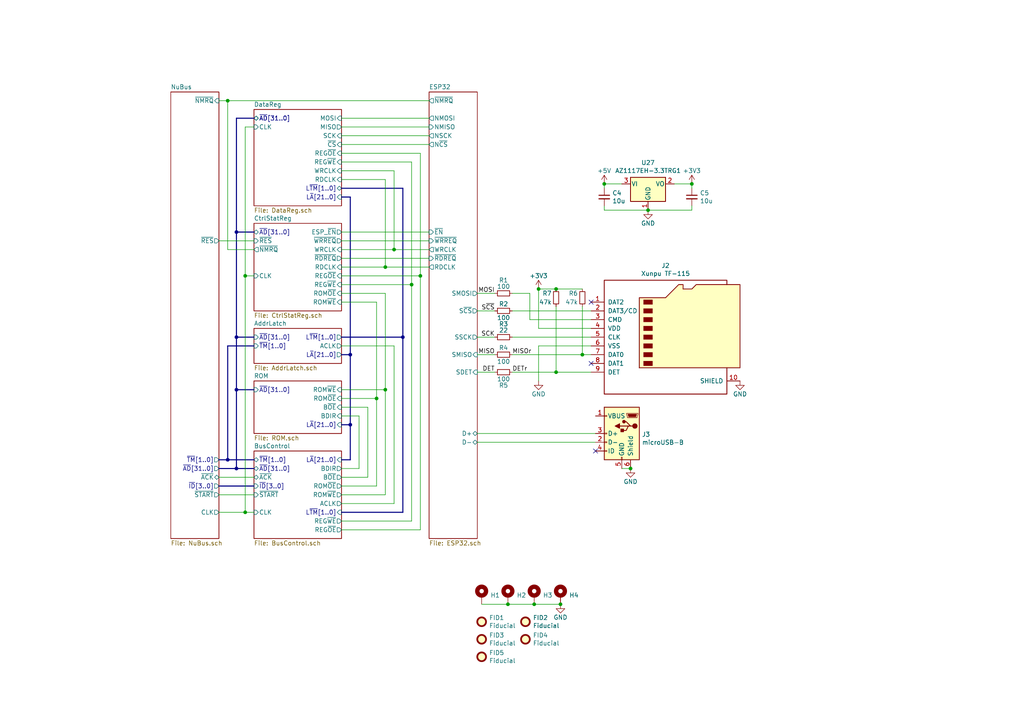
<source format=kicad_sch>
(kicad_sch (version 20230121) (generator eeschema)
  (paper "A4")
  (title_block (title "NuBus-ESP32") (date "2021-11-18") (rev "0.1") (company "Garrett's Workshop"))
  (lib_symbols
    (symbol "Connector:USB_B_Micro" (pin_names (offset 1.016))
      (property "Reference" "J" (at -5.08 11.43 0))
      (property "Value" "USB_B_Micro" (at -5.08 8.89 0))
      (symbol "USB_B_Micro_0_1"
        (rectangle (start -5.08 -7.62) (end 5.08 7.62) (stroke (width 0.254)) (fill (type background)))
        (circle (center -3.81 2.159) (radius 0.635) (stroke (width 0.254)) (fill (type outline)))
        (circle (center -0.635 3.429) (radius 0.381) (stroke (width 0.254)) (fill (type outline)))
        (rectangle (start -0.127 -7.62) (end 0.127 -6.858))
        (polyline (pts (xy -1.905 2.159) (xy 0.635 2.159)) (stroke (width 0.254)))
        (polyline (pts (xy -3.175 2.159) (xy -2.54 2.159) (xy -1.27 3.429) (xy -0.635 3.429)) (stroke (width 0.254)))
        (polyline (pts (xy -2.54 2.159) (xy -1.905 2.159) (xy -1.27 0.889) (xy 0 0.889)) (stroke (width 0.254)))
        (polyline (pts (xy 0.635 2.794) (xy 0.635 1.524) (xy 1.905 2.159) (xy 0.635 2.794)) (stroke (width 0.254)) (fill (type outline)))
        (polyline (pts (xy -4.318 5.588) (xy -1.778 5.588) (xy -2.032 4.826) (xy -4.064 4.826) (xy -4.318 5.588)) (fill (type outline)))
        (polyline (pts (xy -4.699 5.842) (xy -4.699 5.588) (xy -4.445 4.826) (xy -4.445 4.572) (xy -1.651 4.572) (xy -1.651 4.826) (xy -1.397 5.588) (xy -1.397 5.842) (xy -4.699 5.842)))
        (rectangle (start 0.254 1.27) (end -0.508 0.508) (stroke (width 0.254)) (fill (type outline)))
        (rectangle (start 5.08 -5.207) (end 4.318 -4.953))
        (rectangle (start 5.08 -2.667) (end 4.318 -2.413))
        (rectangle (start 5.08 -0.127) (end 4.318 0.127))
        (rectangle (start 5.08 4.953) (end 4.318 5.207))
      )
      (symbol "USB_B_Micro_1_1"
        (pin power_out line (at 7.62 5.08 180) (length 2.54) (name "VBUS") (number "1"))
        (pin bidirectional line (at 7.62 -2.54 180) (length 2.54) (name "D-") (number "2"))
        (pin bidirectional line (at 7.62 0 180) (length 2.54) (name "D+") (number "3"))
        (pin passive line (at 7.62 -5.08 180) (length 2.54) (name "ID") (number "4"))
        (pin power_out line (at 0 -10.16 90) (length 2.54) (name "GND") (number "5"))
        (pin passive line (at -2.54 -10.16 90) (length 2.54) (name "Shield") (number "6"))
      )
    )
    (symbol "Device:C_Small" (pin_numbers hide) (pin_names (offset 0.254) hide)
      (property "Reference" "C" (at 0.254 1.778 0))
      (property "Value" "C_Small" (at 0.254 -2.032 0))
      (symbol "C_Small_0_1"
        (polyline (pts (xy -1.524 -0.508) (xy 1.524 -0.508)) (stroke (width 0.3302)))
        (polyline (pts (xy -1.524 0.508) (xy 1.524 0.508)) (stroke (width 0.3048)))
      )
      (symbol "C_Small_1_1"
        (pin passive line (at 0 2.54 270) (length 2.032) (name "~") (number "1"))
        (pin passive line (at 0 -2.54 90) (length 2.032) (name "~") (number "2"))
      )
    )
    (symbol "Device:R_Small" (pin_numbers hide) (pin_names (offset 0.254) hide)
      (property "Reference" "R" (at 0.762 0.508 0))
      (property "Value" "R_Small" (at 0.762 -1.016 0))
      (symbol "R_Small_0_1"
        (rectangle (start -0.762 1.778) (end 0.762 -1.778) (stroke (width 0.2032)))
      )
      (symbol "R_Small_1_1"
        (pin passive line (at 0 2.54 270) (length 0.762) (name "~") (number "1"))
        (pin passive line (at 0 -2.54 90) (length 0.762) (name "~") (number "2"))
      )
    )
    (symbol "Mechanical:Fiducial"
      (property "Reference" "FID" (at 0 5.08 0))
      (property "Value" "Fiducial" (at 0 3.175 0))
      (symbol "Fiducial_0_1"
        (circle (center 0 0) (radius 1.27) (stroke (width 0.508)) (fill (type background)))
      )
    )
    (symbol "Mechanical:MountingHole_Pad" (pin_numbers hide) (pin_names (offset 1.016) hide)
      (property "Reference" "H" (at 0 6.35 0))
      (property "Value" "MountingHole_Pad" (at 0 4.445 0))
      (symbol "MountingHole_Pad_0_1"
        (circle (center 0 1.27) (radius 1.27) (stroke (width 1.27)))
      )
      (symbol "MountingHole_Pad_1_1"
        (pin input line (at 0 -2.54 90) (length 2.54) (name "1") (number "1"))
      )
    )
    (symbol "NuBus-ESP32-rescue:AP1117-33-GW_Power" (pin_names (offset 0.254))
      (property "Reference" "U" (at -3.81 3.175 0))
      (property "Value" "GW_Power_AP1117-33" (at 0 3.175 0))
      (symbol "AP1117-33-GW_Power_0_1"
        (rectangle (start -5.08 -5.08) (end 5.08 1.905) (stroke (width 0.254)) (fill (type background)))
      )
      (symbol "AP1117-33-GW_Power_1_1"
        (pin power_in line (at 0 -7.62 90) (length 2.54) (name "GND") (number "1"))
        (pin power_out line (at 7.62 0 180) (length 2.54) (name "VO") (number "2"))
        (pin power_in line (at -7.62 0 0) (length 2.54) (name "VI") (number "3"))
      )
    )
    (symbol "NuBus-ESP32-rescue:Micro_SD_SingleDet-GW_Connector" (pin_names (offset 1.016))
      (property "Reference" "J" (at -16.51 17.78 0))
      (property "Value" "GW_Connector_Micro_SD_SingleDet" (at 16.51 17.78 0))
      (symbol "Micro_SD_SingleDet-GW_Connector_0_1"
        (rectangle (start -7.62 -6.985) (end -5.08 -8.255) (fill (type outline)))
        (rectangle (start -7.62 -4.445) (end -5.08 -5.715) (fill (type outline)))
        (rectangle (start -7.62 -1.905) (end -5.08 -3.175) (fill (type outline)))
        (rectangle (start -7.62 0.635) (end -5.08 -0.635) (fill (type outline)))
        (rectangle (start -7.62 3.175) (end -5.08 1.905) (fill (type outline)))
        (rectangle (start -7.62 5.715) (end -5.08 4.445) (fill (type outline)))
        (rectangle (start -7.62 8.255) (end -5.08 6.985) (fill (type outline)))
        (rectangle (start -7.62 10.795) (end -5.08 9.525) (fill (type outline)))
        (polyline (pts (xy 16.51 15.24) (xy 16.51 16.51) (xy -19.05 16.51) (xy -19.05 -16.51) (xy 16.51 -16.51) (xy 16.51 -8.89)) (stroke (width 0.254)))
        (polyline (pts (xy -8.89 -8.89) (xy -8.89 11.43) (xy -1.27 11.43) (xy 2.54 15.24) (xy 3.81 15.24) (xy 3.81 13.97) (xy 6.35 13.97) (xy 7.62 15.24) (xy 20.32 15.24) (xy 20.32 -8.89) (xy -8.89 -8.89)) (stroke (width 0.254)) (fill (type background)))
      )
      (symbol "Micro_SD_SingleDet-GW_Connector_1_1"
        (pin bidirectional line (at -22.86 10.16 0) (length 3.81) (name "DAT2") (number "1"))
        (pin passive line (at 20.32 -12.7 180) (length 3.81) (name "SHIELD") (number "10"))
        (pin bidirectional line (at -22.86 7.62 0) (length 3.81) (name "DAT3/CD") (number "2"))
        (pin input line (at -22.86 5.08 0) (length 3.81) (name "CMD") (number "3"))
        (pin power_in line (at -22.86 2.54 0) (length 3.81) (name "VDD") (number "4"))
        (pin input line (at -22.86 0 0) (length 3.81) (name "CLK") (number "5"))
        (pin power_in line (at -22.86 -2.54 0) (length 3.81) (name "VSS") (number "6"))
        (pin input line (at -22.86 -5.08 0) (length 3.81) (name "DAT0") (number "7"))
        (pin input line (at -22.86 -7.62 0) (length 3.81) (name "DAT1") (number "8"))
        (pin passive line (at -22.86 -10.16 0) (length 3.81) (name "DET") (number "9"))
      )
    )
    (symbol "power:+3V3" (power) (pin_names (offset 0))
      (property "Value" "+3V3" (at 0 3.556 0))
      (symbol "+3V3_0_1"
        (polyline (pts (xy -0.762 1.27) (xy 0 2.54)))
        (polyline (pts (xy 0 0) (xy 0 2.54)))
        (polyline (pts (xy 0 2.54) (xy 0.762 1.27)))
      )
      (symbol "+3V3_1_1"
        (pin power_in line (at 0 0 90) (length 0) hide (name "+3V3") (number "1"))
      )
    )
    (symbol "power:+5V" (power) (pin_names (offset 0))
      (property "Value" "+5V" (at 0 3.556 0))
      (symbol "+5V_0_1"
        (polyline (pts (xy -0.762 1.27) (xy 0 2.54)))
        (polyline (pts (xy 0 0) (xy 0 2.54)))
        (polyline (pts (xy 0 2.54) (xy 0.762 1.27)))
      )
      (symbol "+5V_1_1"
        (pin power_in line (at 0 0 90) (length 0) hide (name "+5V") (number "1"))
      )
    )
    (symbol "power:GND" (power) (pin_names (offset 0))
      (property "Value" "GND" (at 0 -3.81 0))
      (symbol "GND_0_1"
        (polyline (pts (xy 0 0) (xy 0 -1.27) (xy 1.27 -1.27) (xy 0 -2.54) (xy -1.27 -1.27) (xy 0 -1.27)))
      )
      (symbol "GND_1_1"
        (pin power_in line (at 0 0 270) (length 0) hide (name "GND") (number "1"))
      )
    )
  )
  (junction (at 71.12 80.01))
  (junction (at 68.58 113.03))
  (junction (at 66.04 133.35))
  (junction (at 156.21 83.82))
  (junction (at 162.56 175.26))
  (junction (at 168.91 102.87))
  (junction (at 111.76 77.47))
  (junction (at 187.96 60.96))
  (junction (at 111.76 113.03))
  (junction (at 66.04 29.21))
  (junction (at 68.58 97.79))
  (junction (at 68.58 67.31))
  (junction (at 121.92 80.01))
  (junction (at 71.12 148.59))
  (junction (at 147.32 175.26))
  (junction (at 114.3 72.39))
  (junction (at 101.6 123.19))
  (junction (at 68.58 135.89))
  (junction (at 182.88 135.89))
  (junction (at 200.66 53.34))
  (junction (at 116.84 97.79))
  (junction (at 109.22 115.57))
  (junction (at 161.29 107.95))
  (junction (at 101.6 102.87))
  (junction (at 119.38 82.55))
  (junction (at 154.94 175.26))
  (junction (at 175.26 53.34))
  (junction (at 161.29 83.82))
  (no_connect (at 171.45 87.63))
  (no_connect (at 172.72 130.81))
  (no_connect (at 171.45 105.41))
  (wire (pts (xy 124.46 41.91) (xy 99.06 41.91)))
  (wire (pts (xy 175.26 59.69) (xy 175.26 60.96)))
  (wire (pts (xy 63.5 148.59) (xy 71.12 148.59)))
  (bus (pts (xy 99.06 148.59) (xy 116.84 148.59)))
  (bus (pts (xy 101.6 123.19) (xy 101.6 133.35)))
  (wire (pts (xy 109.22 115.57) (xy 109.22 87.63)))
  (wire (pts (xy 106.68 118.11) (xy 106.68 138.43)))
  (bus (pts (xy 116.84 97.79) (xy 116.84 148.59)))
  (wire (pts (xy 175.26 60.96) (xy 187.96 60.96)))
  (wire (pts (xy 99.06 46.99) (xy 119.38 46.99)))
  (wire (pts (xy 99.06 44.45) (xy 121.92 44.45)))
  (bus (pts (xy 68.58 34.29) (xy 73.66 34.29)))
  (wire (pts (xy 161.29 107.95) (xy 161.29 88.9)))
  (wire (pts (xy 104.14 120.65) (xy 99.06 120.65)))
  (wire (pts (xy 99.06 146.05) (xy 114.3 146.05)))
  (bus (pts (xy 99.06 54.61) (xy 116.84 54.61)))
  (wire (pts (xy 73.66 72.39) (xy 66.04 72.39)))
  (wire (pts (xy 121.92 44.45) (xy 121.92 80.01)))
  (wire (pts (xy 99.06 34.29) (xy 124.46 34.29)))
  (wire (pts (xy 161.29 83.82) (xy 168.91 83.82)))
  (bus (pts (xy 99.06 133.35) (xy 101.6 133.35)))
  (wire (pts (xy 161.29 107.95) (xy 171.45 107.95)))
  (wire (pts (xy 111.76 85.09) (xy 99.06 85.09)))
  (bus (pts (xy 68.58 67.31) (xy 73.66 67.31)))
  (bus (pts (xy 66.04 133.35) (xy 63.5 133.35)))
  (bus (pts (xy 68.58 113.03) (xy 68.58 97.79)))
  (wire (pts (xy 119.38 82.55) (xy 119.38 151.13)))
  (wire (pts (xy 71.12 80.01) (xy 71.12 148.59)))
  (wire (pts (xy 99.06 36.83) (xy 124.46 36.83)))
  (wire (pts (xy 111.76 77.47) (xy 124.46 77.47)))
  (wire (pts (xy 99.06 39.37) (xy 124.46 39.37)))
  (wire (pts (xy 114.3 100.33) (xy 99.06 100.33)))
  (wire (pts (xy 99.06 74.93) (xy 124.46 74.93)))
  (wire (pts (xy 114.3 49.53) (xy 114.3 72.39)))
  (bus (pts (xy 99.06 97.79) (xy 116.84 97.79)))
  (wire (pts (xy 156.21 83.82) (xy 156.21 95.25)))
  (wire (pts (xy 71.12 36.83) (xy 71.12 80.01)))
  (wire (pts (xy 63.5 29.21) (xy 66.04 29.21)))
  (bus (pts (xy 68.58 97.79) (xy 73.66 97.79)))
  (wire (pts (xy 119.38 46.99) (xy 119.38 82.55)))
  (wire (pts (xy 109.22 87.63) (xy 99.06 87.63)))
  (bus (pts (xy 68.58 113.03) (xy 73.66 113.03)))
  (bus (pts (xy 116.84 54.61) (xy 116.84 97.79)))
  (wire (pts (xy 111.76 143.51) (xy 111.76 113.03)))
  (wire (pts (xy 114.3 72.39) (xy 124.46 72.39)))
  (wire (pts (xy 71.12 148.59) (xy 73.66 148.59)))
  (wire (pts (xy 171.45 90.17) (xy 148.59 90.17)))
  (wire (pts (xy 111.76 113.03) (xy 99.06 113.03)))
  (wire (pts (xy 109.22 140.97) (xy 109.22 115.57)))
  (wire (pts (xy 99.06 153.67) (xy 121.92 153.67)))
  (wire (pts (xy 156.21 100.33) (xy 171.45 100.33)))
  (wire (pts (xy 156.21 83.82) (xy 161.29 83.82)))
  (wire (pts (xy 99.06 67.31) (xy 124.46 67.31)))
  (wire (pts (xy 182.88 135.89) (xy 180.34 135.89)))
  (wire (pts (xy 114.3 146.05) (xy 114.3 100.33)))
  (bus (pts (xy 101.6 102.87) (xy 101.6 57.15)))
  (wire (pts (xy 121.92 80.01) (xy 121.92 153.67)))
  (wire (pts (xy 148.59 107.95) (xy 161.29 107.95)))
  (wire (pts (xy 154.94 175.26) (xy 162.56 175.26)))
  (wire (pts (xy 66.04 29.21) (xy 66.04 72.39)))
  (wire (pts (xy 99.06 118.11) (xy 106.68 118.11)))
  (wire (pts (xy 99.06 72.39) (xy 114.3 72.39)))
  (wire (pts (xy 156.21 110.49) (xy 156.21 100.33)))
  (wire (pts (xy 99.06 151.13) (xy 119.38 151.13)))
  (bus (pts (xy 68.58 97.79) (xy 68.58 67.31)))
  (bus (pts (xy 68.58 135.89) (xy 73.66 135.89)))
  (wire (pts (xy 106.68 138.43) (xy 99.06 138.43)))
  (wire (pts (xy 148.59 85.09) (xy 153.67 85.09)))
  (wire (pts (xy 63.5 69.85) (xy 73.66 69.85)))
  (wire (pts (xy 200.66 60.96) (xy 187.96 60.96)))
  (wire (pts (xy 180.34 53.34) (xy 175.26 53.34)))
  (wire (pts (xy 148.59 97.79) (xy 171.45 97.79)))
  (wire (pts (xy 99.06 69.85) (xy 124.46 69.85)))
  (wire (pts (xy 138.43 97.79) (xy 143.51 97.79)))
  (wire (pts (xy 138.43 90.17) (xy 143.51 90.17)))
  (wire (pts (xy 99.06 80.01) (xy 121.92 80.01)))
  (wire (pts (xy 119.38 82.55) (xy 99.06 82.55)))
  (wire (pts (xy 153.67 92.71) (xy 171.45 92.71)))
  (wire (pts (xy 200.66 53.34) (xy 195.58 53.34)))
  (bus (pts (xy 68.58 34.29) (xy 68.58 67.31)))
  (wire (pts (xy 139.7 175.26) (xy 147.32 175.26)))
  (wire (pts (xy 143.51 85.09) (xy 138.43 85.09)))
  (bus (pts (xy 63.5 135.89) (xy 68.58 135.89)))
  (wire (pts (xy 71.12 80.01) (xy 73.66 80.01)))
  (bus (pts (xy 68.58 113.03) (xy 68.58 135.89)))
  (wire (pts (xy 104.14 135.89) (xy 104.14 120.65)))
  (wire (pts (xy 99.06 140.97) (xy 109.22 140.97)))
  (wire (pts (xy 73.66 36.83) (xy 71.12 36.83)))
  (wire (pts (xy 153.67 85.09) (xy 153.67 92.71)))
  (wire (pts (xy 147.32 175.26) (xy 154.94 175.26)))
  (wire (pts (xy 168.91 102.87) (xy 171.45 102.87)))
  (wire (pts (xy 111.76 143.51) (xy 99.06 143.51)))
  (wire (pts (xy 111.76 77.47) (xy 111.76 52.07)))
  (wire (pts (xy 99.06 49.53) (xy 114.3 49.53)))
  (bus (pts (xy 101.6 102.87) (xy 101.6 123.19)))
  (wire (pts (xy 63.5 138.43) (xy 73.66 138.43)))
  (wire (pts (xy 111.76 52.07) (xy 99.06 52.07)))
  (bus (pts (xy 66.04 100.33) (xy 66.04 133.35)))
  (wire (pts (xy 111.76 113.03) (xy 111.76 85.09)))
  (wire (pts (xy 200.66 59.69) (xy 200.66 60.96)))
  (wire (pts (xy 172.72 128.27) (xy 138.43 128.27)))
  (wire (pts (xy 138.43 107.95) (xy 143.51 107.95)))
  (wire (pts (xy 109.22 115.57) (xy 99.06 115.57)))
  (wire (pts (xy 63.5 143.51) (xy 73.66 143.51)))
  (wire (pts (xy 66.04 29.21) (xy 124.46 29.21)))
  (wire (pts (xy 156.21 95.25) (xy 171.45 95.25)))
  (wire (pts (xy 168.91 102.87) (xy 168.91 88.9)))
  (bus (pts (xy 63.5 140.97) (xy 73.66 140.97)))
  (wire (pts (xy 200.66 53.34) (xy 200.66 54.61)))
  (bus (pts (xy 73.66 133.35) (xy 66.04 133.35)))
  (wire (pts (xy 99.06 135.89) (xy 104.14 135.89)))
  (wire (pts (xy 175.26 53.34) (xy 175.26 54.61)))
  (bus (pts (xy 101.6 123.19) (xy 99.06 123.19)))
  (wire (pts (xy 99.06 77.47) (xy 111.76 77.47)))
  (bus (pts (xy 101.6 57.15) (xy 99.06 57.15)))
  (wire (pts (xy 172.72 125.73) (xy 138.43 125.73)))
  (wire (pts (xy 148.59 102.87) (xy 168.91 102.87)))
  (bus (pts (xy 99.06 102.87) (xy 101.6 102.87)))
  (bus (pts (xy 66.04 100.33) (xy 73.66 100.33)))
  (wire (pts (xy 138.43 102.87) (xy 143.51 102.87)))
  (label "S~{CS}" (at 143.51 90.17 180))
  (label "SCK" (at 143.51 97.79 180))
  (label "MISO" (at 143.51 102.87 180))
  (label "MISOr" (at 148.59 102.87 0))
  (label "DET" (at 143.51 107.95 180))
  (label "MOSI" (at 143.51 85.09 180))
  (label "DETr" (at 148.59 107.95 0))
  (symbol (lib_id "Mechanical:MountingHole_Pad") (at 154.94 172.72 0) (unit 1)
    (property "Reference" "H3" (at 157.48 172.6438 0) (effects (justify left)))
    (property "Value" " " (effects hide))
    (property "Footprint" "stdpads:PasteHole_1.152mm_NPTH" (effects hide))
  )
  (symbol (lib_id "Mechanical:MountingHole_Pad") (at 162.56 172.72 0) (unit 1)
    (property "Reference" "H4" (at 165.1 172.6438 0) (effects (justify left)))
    (property "Value" " " (effects hide))
    (property "Footprint" "stdpads:PasteHole_1.152mm_NPTH" (effects hide))
  )
  (symbol (lib_id "power:GND") (at 162.56 175.26 0) (mirror y) (unit 1)
    (property "Reference" "#PWR0145" (effects hide))
    (property "Value" "GND" (at 162.56 179.07 0))
  )
  (symbol (lib_id "Mechanical:Fiducial") (at 139.7 180.34 0) (unit 1)
    (property "Reference" "FID1" (at 141.859 179.1716 0) (effects (justify left)))
    (property "Value" "Fiducial" (at 141.859 181.483 0) (effects (justify left)))
    (property "Footprint" "stdpads:Fiducial" (effects hide))
  )
  (symbol (lib_id "Mechanical:Fiducial") (at 152.4 180.34 0) (unit 1)
    (property "Reference" "FID2" (at 154.559 179.1716 0) (effects (justify left)))
    (property "Value" "Fiducial" (at 154.559 181.483 0) (effects (justify left)))
    (property "Footprint" "stdpads:Fiducial" (effects hide))
  )
  (symbol (lib_id "Mechanical:Fiducial") (at 139.7 185.42 0) (unit 1)
    (property "Reference" "FID3" (at 141.859 184.2516 0) (effects (justify left)))
    (property "Value" "Fiducial" (at 141.859 186.563 0) (effects (justify left)))
    (property "Footprint" "stdpads:Fiducial" (effects hide))
  )
  (symbol (lib_id "Mechanical:Fiducial") (at 152.4 185.42 0) (unit 1)
    (property "Reference" "FID4" (at 154.559 184.2516 0) (effects (justify left)))
    (property "Value" "Fiducial" (at 154.559 186.563 0) (effects (justify left)))
    (property "Footprint" "stdpads:Fiducial" (effects hide))
  )
  (symbol (lib_id "Mechanical:MountingHole_Pad") (at 139.7 172.72 0) (unit 1)
    (property "Reference" "H1" (at 142.24 172.6438 0) (effects (justify left)))
    (property "Value" " " (effects hide))
    (property "Footprint" "stdpads:PasteHole_1.152mm_NPTH" (effects hide))
  )
  (symbol (lib_id "Mechanical:MountingHole_Pad") (at 147.32 172.72 0) (unit 1)
    (property "Reference" "H2" (at 149.86 172.6438 0) (effects (justify left)))
    (property "Value" " " (effects hide))
    (property "Footprint" "stdpads:PasteHole_1.152mm_NPTH" (effects hide))
  )
  (symbol (lib_id "power:GND") (at 214.63 110.49 0) (unit 1)
    (property "Reference" "#PWR0137" (effects hide))
    (property "Value" "GND" (at 214.63 114.3 0))
  )
  (symbol (lib_id "NuBus-ESP32-rescue:Micro_SD_SingleDet-GW_Connector") (at 194.31 97.79 0) (unit 1)
    (property "Reference" "J2" (at 193.04 77.0382 0))
    (property "Value" "Xunpu TF-115" (at 193.04 79.3496 0))
    (property "Footprint" "stdpads:Xunpu_TF-115_microSD" (effects hide))
    (property "LCSC Part" "C266620" (effects hide))
  )
  (symbol (lib_id "power:GND") (at 156.21 110.49 0) (unit 1)
    (property "Reference" "#PWR0138" (effects hide))
    (property "Value" "GND" (at 156.21 114.3 0))
  )
  (symbol (lib_id "power:+3V3") (at 156.21 83.82 0) (unit 1)
    (property "Reference" "#PWR0139" (effects hide))
    (property "Value" "+3V3" (at 156.21 80.01 0))
  )
  (symbol (lib_id "Mechanical:Fiducial") (at 139.7 190.5 0) (unit 1)
    (property "Reference" "FID5" (at 141.859 189.3316 0) (effects (justify left)))
    (property "Value" "Fiducial" (at 141.859 191.643 0) (effects (justify left)))
    (property "Footprint" "stdpads:Fiducial" (effects hide))
  )
  (symbol (lib_id "Device:R_Small") (at 146.05 107.95 90) (unit 1)
    (property "Reference" "R5" (at 146.05 111.76 90))
    (property "Value" "100" (at 146.05 109.22 90) (effects (justify bottom)))
    (property "Footprint" "stdpads:R_0805" (effects hide))
    (property "LCSC Part" "C17408" (effects hide))
  )
  (symbol (lib_id "Device:R_Small") (at 146.05 102.87 90) (unit 1)
    (property "Reference" "R4" (at 146.05 101.6 90) (effects (justify top)))
    (property "Value" "100" (at 146.05 104.14 90) (effects (justify bottom)))
    (property "Footprint" "stdpads:R_0805" (effects hide))
    (property "LCSC Part" "C17408" (effects hide))
  )
  (symbol (lib_id "Device:R_Small") (at 146.05 97.79 90) (mirror x) (unit 1)
    (property "Reference" "R3" (at 146.05 93.98 90))
    (property "Value" "22" (at 146.05 96.52 90) (effects (justify bottom)))
    (property "Footprint" "stdpads:R_0805" (effects hide))
    (property "LCSC Part" "C17561" (effects hide))
  )
  (symbol (lib_id "Device:R_Small") (at 146.05 85.09 90) (mirror x) (unit 1)
    (property "Reference" "R1" (at 146.05 81.28 90))
    (property "Value" "100" (at 146.05 83.82 90) (effects (justify bottom)))
    (property "Footprint" "stdpads:R_0805" (effects hide))
    (property "LCSC Part" "C17408" (effects hide))
  )
  (symbol (lib_id "Device:R_Small") (at 161.29 86.36 0) (unit 1)
    (property "Reference" "R7" (at 160.02 85.09 0) (effects (justify right)))
    (property "Value" "47k" (at 160.02 87.63 0) (effects (justify right)))
    (property "Footprint" "stdpads:R_0805" (effects hide))
    (property "LCSC Part" "C17713" (effects hide))
  )
  (symbol (lib_id "Device:R_Small") (at 146.05 90.17 90) (unit 1)
    (property "Reference" "R2" (at 146.05 88.9 90) (effects (justify top)))
    (property "Value" "100" (at 146.05 91.44 90) (effects (justify bottom)))
    (property "Footprint" "stdpads:R_0805" (effects hide))
    (property "LCSC Part" "C17408" (effects hide))
  )
  (symbol (lib_id "NuBus-ESP32-rescue:AP1117-33-GW_Power") (at 187.96 53.34 0) (unit 1)
    (property "Reference" "U27" (at 187.96 47.1932 0))
    (property "Value" "AZ1117EH-3.3TRG1" (at 187.96 49.5046 0))
    (property "Footprint" "stdpads:SOT-223" (effects hide))
    (property "Datasheet" "http://www.diodes.com/datasheets/AP1117.pdf" (effects hide))
    (property "LCSC Part" "C108494" (effects hide))
  )
  (symbol (lib_id "power:GND") (at 187.96 60.96 0) (unit 1)
    (property "Reference" "#PWR0102" (effects hide))
    (property "Value" "GND" (at 187.96 64.77 0))
  )
  (symbol (lib_id "power:+3V3") (at 200.66 53.34 0) (mirror y) (unit 1)
    (property "Reference" "#PWR0103" (effects hide))
    (property "Value" "+3V3" (at 200.66 49.53 0))
  )
  (symbol (lib_id "power:+5V") (at 175.26 53.34 0) (unit 1)
    (property "Reference" "#PWR0107" (effects hide))
    (property "Value" "+5V" (at 175.26 49.53 0))
  )
  (symbol (lib_id "Device:C_Small") (at 175.26 57.15 0) (unit 1)
    (property "Reference" "C4" (at 177.5968 55.9816 0) (effects (justify left)))
    (property "Value" "10u" (at 177.5968 58.293 0) (effects (justify left)))
    (property "Footprint" "stdpads:C_0805" (effects hide))
    (property "LCSC Part" "C15850" (effects hide))
  )
  (symbol (lib_id "Device:C_Small") (at 200.66 57.15 0) (mirror y) (unit 1)
    (property "Reference" "C5" (at 202.9968 55.9816 0) (effects (justify right)))
    (property "Value" "10u" (at 202.9968 58.293 0) (effects (justify right)))
    (property "Footprint" "stdpads:C_0805" (effects hide))
    (property "LCSC Part" "C15850" (effects hide))
  )
  (symbol (lib_id "Connector:USB_B_Micro") (at 180.34 125.73 0) (mirror y) (unit 1)
    (property "Reference" "J3" (at 186.182 126.0094 0) (effects (justify right)))
    (property "Value" "microUSB-B" (at 186.182 128.3208 0) (effects (justify right)))
    (property "Footprint" "stdpads:USB_Micro-B_ShouHan_MicroXNJ" (effects hide))
    (property "LCSC Part" "C404969" (effects hide))
  )
  (symbol (lib_id "power:GND") (at 182.88 135.89 0) (unit 1)
    (property "Reference" "#PWR0101" (effects hide))
    (property "Value" "GND" (at 182.88 139.7 0))
  )
  (symbol (lib_id "Device:R_Small") (at 168.91 86.36 0) (unit 1)
    (property "Reference" "R6" (at 167.64 85.09 0) (effects (justify right)))
    (property "Value" "47k" (at 167.64 87.63 0) (effects (justify right)))
    (property "Footprint" "stdpads:R_0805" (effects hide))
    (property "LCSC Part" "C17713" (effects hide))
  )
  (sheet (at 73.66 31.75) (size 25.4 27.94)
    (property "Sheetname" "DataReg" (at 73.66 31.0384 0) (effects (justify left bottom)))
    (property "Sheetfile" "DataReg.sch" (at 73.66 60.2746 0) (effects (justify left top)))
    (pin "REG~{WE}" input (at 99.06 46.99 0))
    (pin "SCK" input (at 99.06 39.37 0))
    (pin "CLK" input (at 73.66 36.83 180))
    (pin "REG~{OE}" input (at 99.06 44.45 0))
    (pin "MISO" output (at 99.06 36.83 0))
    (pin "MOSI" input (at 99.06 34.29 0))
    (pin "AD[31..0]" bidirectional (at 73.66 34.29 180))
    (pin "~{AD}[31..0]" bidirectional (at 73.66 34.29 180))
    (pin "L~{A}[21..0]" input (at 99.06 57.15 0))
    (pin "RDCLK" input (at 99.06 52.07 0))
    (pin "~{CS}" input (at 99.06 41.91 0))
    (pin "L~{TM}[1..0]" bidirectional (at 99.06 54.61 0))
    (pin "WRCLK" input (at 99.06 49.53 0))
  )
  (sheet (at 73.66 95.25) (size 25.4 10.16)
    (property "Sheetname" "AddrLatch" (at 73.66 94.5384 0) (effects (justify left bottom)))
    (property "Sheetfile" "AddrLatch.sch" (at 73.66 105.9946 0) (effects (justify left top)))
    (pin "ACLK" output (at 99.06 100.33 0))
    (pin "~{AD}[31..0]" input (at 73.66 97.79 180))
    (pin "L~{A}[21..0]" output (at 99.06 102.87 0))
    (pin "L~{TM}[1..0]" output (at 99.06 97.79 0))
    (pin "~{TM}[1..0]" input (at 73.66 100.33 180))
  )
  (sheet (at 73.66 64.77) (size 25.4 25.4)
    (property "Sheetname" "CtrlStatReg" (at 73.66 64.0584 0) (effects (justify left bottom)))
    (property "Sheetfile" "CtrlStatReg.sch" (at 73.66 90.7546 0) (effects (justify left top)))
    (pin "REG~{WE}" input (at 99.06 82.55 0))
    (pin "CLK" input (at 73.66 80.01 180))
    (pin "ESP_~{EN}" output (at 99.06 67.31 0))
    (pin "~{RES}" input (at 73.66 69.85 180))
    (pin "~{AD}[31..0]" bidirectional (at 73.66 67.31 180))
    (pin "ROM~{WE}" input (at 99.06 87.63 0))
    (pin "ROM~{OE}" input (at 99.06 85.09 0))
    (pin "REG~{OE}" input (at 99.06 80.01 0))
    (pin "WRCLK" input (at 99.06 72.39 0))
    (pin "RDCLK" input (at 99.06 77.47 0))
    (pin "~{NMRQ}" output (at 73.66 72.39 180))
    (pin "~{RDREQ}" output (at 99.06 74.93 0))
    (pin "~{WRREQ}" output (at 99.06 69.85 0))
  )
  (sheet (at 73.66 130.81) (size 25.4 25.4)
    (property "Sheetname" "BusControl" (at 73.66 130.0984 0) (effects (justify left bottom)))
    (property "Sheetfile" "BusControl.sch" (at 73.66 156.7946 0) (effects (justify left top)))
    (pin "ROM~{OE}" output (at 99.06 140.97 0))
    (pin "ROM~{WE}" output (at 99.06 143.51 0))
    (pin "REG~{OE}" output (at 99.06 153.67 0))
    (pin "REG~{WE}" output (at 99.06 151.13 0))
    (pin "ACLK" output (at 99.06 146.05 0))
    (pin "~{TM}[1..0]" bidirectional (at 73.66 133.35 180))
    (pin "~{ACK}" bidirectional (at 73.66 138.43 180))
    (pin "CLK" input (at 73.66 148.59 180))
    (pin "L~{A}[21..0]" input (at 99.06 133.35 0))
    (pin "L~{TM}[1..0]" input (at 99.06 148.59 0))
    (pin "~{ID}[3..0]" input (at 73.66 140.97 180))
    (pin "~{AD}[31..0]" bidirectional (at 73.66 135.89 180))
    (pin "~{START}" input (at 73.66 143.51 180))
    (pin "BDIR" output (at 99.06 135.89 0))
    (pin "B~{OE}" output (at 99.06 138.43 0))
  )
  (sheet (at 73.66 110.49) (size 25.4 15.24)
    (property "Sheetname" "ROM" (at 73.66 109.7784 0) (effects (justify left bottom)))
    (property "Sheetfile" "ROM.sch" (at 73.66 126.3146 0) (effects (justify left top)))
    (pin "ROM~{WE}" input (at 99.06 113.03 0))
    (pin "ROM~{OE}" input (at 99.06 115.57 0))
    (pin "L~{A}[21..0]" input (at 99.06 123.19 0))
    (pin "~{AD}[31..0]" input (at 73.66 113.03 180))
    (pin "B~{OE}" input (at 99.06 118.11 0))
    (pin "BDIR" input (at 99.06 120.65 0))
  )
  (sheet (at 49.53 26.67) (size 13.97 129.54)
    (property "Sheetname" "NuBus" (at 49.53 25.9584 0) (effects (justify left bottom)))
    (property "Sheetfile" "NuBus.sch" (at 49.53 156.7946 0) (effects (justify left top)))
    (pin "~{START}" output (at 63.5 143.51 0))
    (pin "CLK" output (at 63.5 148.59 0))
    (pin "~{NMRQ}" input (at 63.5 29.21 0))
    (pin "~{ACK}" bidirectional (at 63.5 138.43 0))
    (pin "~{TM}[1..0]" output (at 63.5 133.35 0))
    (pin "~{AD}[31..0]" output (at 63.5 135.89 0))
    (pin "~{ID}[3..0]" output (at 63.5 140.97 0))
    (pin "~{RES}" output (at 63.5 69.85 0))
  )
  (sheet (at 124.46 26.67) (size 13.97 129.54)
    (property "Sheetname" "ESP32" (at 124.46 25.9584 0) (effects (justify left bottom)))
    (property "Sheetfile" "ESP32.sch" (at 124.46 156.7946 0) (effects (justify left top)))
    (pin "~{NMRQ}" output (at 124.46 29.21 180))
    (pin "NSCK" output (at 124.46 39.37 180))
    (pin "NMOSI" output (at 124.46 34.29 180))
    (pin "NMISO" input (at 124.46 36.83 180))
    (pin "~{EN}" input (at 124.46 67.31 180))
    (pin "D-" bidirectional (at 138.43 128.27 0))
    (pin "D+" bidirectional (at 138.43 125.73 0))
    (pin "SMOSI" output (at 138.43 85.09 0))
    (pin "S~{CS}" output (at 138.43 90.17 0))
    (pin "SMISO" input (at 138.43 102.87 0))
    (pin "SDET" input (at 138.43 107.95 0))
    (pin "SSCK" output (at 138.43 97.79 0))
    (pin "N~{CS}" output (at 124.46 41.91 180))
    (pin "WRCLK" output (at 124.46 72.39 180))
    (pin "~{WRREQ}" input (at 124.46 69.85 180))
    (pin "RDCLK" output (at 124.46 77.47 180))
    (pin "~{RDREQ}" input (at 124.46 74.93 180))
  )
)
</source>
